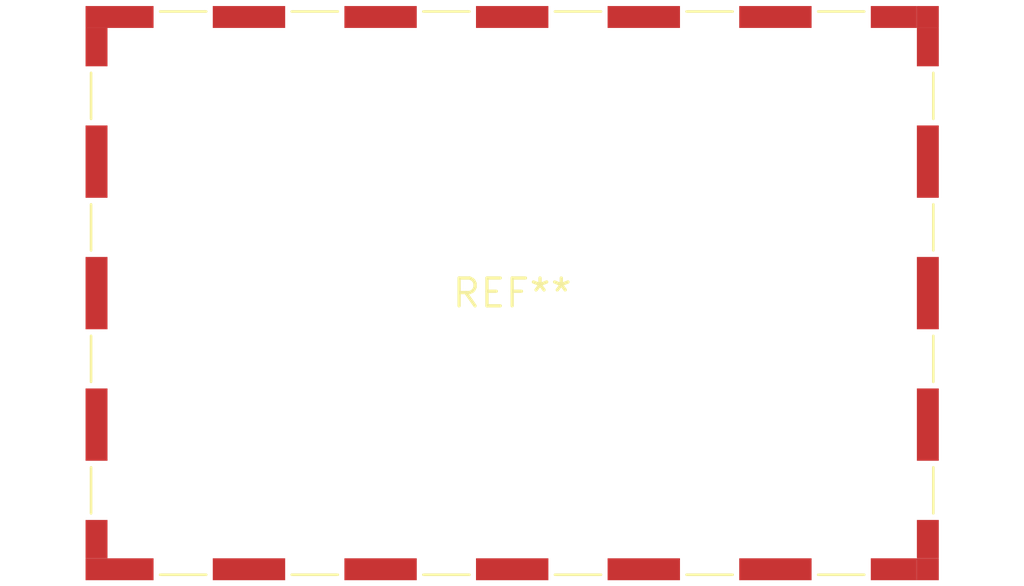
<source format=kicad_pcb>
(kicad_pcb (version 20240108) (generator pcbnew)
  (layers (0 "F.Cu" signal) (31 "B.Cu" signal) (34 "B.Paste" user) (35 "F.Paste" user) (36 "B.SilkS" user "B.Silkscreen") (37 "F.SilkS" user "F.Silkscreen") (38 "B.Mask" user) (39 "F.Mask" user) (44 "Edge.Cuts" user))
  (net 0 "")
  (footprint "Laird_Technologies_BMI-S-105_38.10x25.40mm" (layer "F.Cu") (at 0 0)
    (property "Reference" "REF**")
    (property "Value" "Laird_Technologies_BMI-S-105_38.10x25.40mm")
    (fp_line (start -19.2 -10.05) (end -19.2 -7.95) (layer "F.SilkS") (stroke (width 0.12)))
    (fp_line (start -19.2 -4.05) (end -19.2 -1.95) (layer "F.SilkS") (stroke (width 0.12)))
    (fp_line (start -19.2 1.95) (end -19.2 4.05) (layer "F.SilkS") (stroke (width 0.12)))
    (fp_line (start -19.2 7.95) (end -19.2 10.05) (layer "F.SilkS") (stroke (width 0.12)))
    (fp_line (start -16.05 -12.85) (end -13.95 -12.85) (layer "F.SilkS") (stroke (width 0.12)))
    (fp_line (start -16.05 12.85) (end -13.95 12.85) (layer "F.SilkS") (stroke (width 0.12)))
    (fp_line (start -10.05 -12.85) (end -7.95 -12.85) (layer "F.SilkS") (stroke (width 0.12)))
    (fp_line (start -10.05 12.85) (end -7.95 12.85) (layer "F.SilkS") (stroke (width 0.12)))
    (fp_line (start -4.05 -12.85) (end -1.95 -12.85) (layer "F.SilkS") (stroke (width 0.12)))
    (fp_line (start -4.05 12.85) (end -1.95 12.85) (layer "F.SilkS") (stroke (width 0.12)))
    (fp_line (start 1.95 -12.85) (end 4.05 -12.85) (layer "F.SilkS") (stroke (width 0.12)))
    (fp_line (start 1.95 12.85) (end 4.05 12.85) (layer "F.SilkS") (stroke (width 0.12)))
    (fp_line (start 7.95 -12.85) (end 10.05 -12.85) (layer "F.SilkS") (stroke (width 0.12)))
    (fp_line (start 7.95 12.85) (end 10.05 12.85) (layer "F.SilkS") (stroke (width 0.12)))
    (fp_line (start 13.95 -12.85) (end 16.05 -12.85) (layer "F.SilkS") (stroke (width 0.12)))
    (fp_line (start 13.95 12.85) (end 16.05 12.85) (layer "F.SilkS") (stroke (width 0.12)))
    (fp_line (start 19.2 -10.05) (end 19.2 -7.95) (layer "F.SilkS") (stroke (width 0.12)))
    (fp_line (start 19.2 -4.05) (end 19.2 -1.95) (layer "F.SilkS") (stroke (width 0.12)))
    (fp_line (start 19.2 1.95) (end 19.2 4.05) (layer "F.SilkS") (stroke (width 0.12)))
    (fp_line (start 19.2 7.95) (end 19.2 10.05) (layer "F.SilkS") (stroke (width 0.12)))
    (pad "1" smd rect (at -18.95 -12.6) (size 1 1) (layers "F.Cu" "F.Paste" "F.Mask"))
    (pad "1" smd rect (at -18.95 -11.225) (size 1 1.75) (layers "F.Cu" "F.Paste" "F.Mask"))
    (pad "1" smd rect (at -18.95 -6) (size 1 3.3) (layers "F.Cu" "F.Paste" "F.Mask"))
    (pad "1" smd rect (at -18.95 0) (size 1 3.3) (layers "F.Cu" "F.Paste" "F.Mask"))
    (pad "1" smd rect (at -18.95 6) (size 1 3.3) (layers "F.Cu" "F.Paste" "F.Mask"))
    (pad "1" smd rect (at -18.95 11.225) (size 1 1.75) (layers "F.Cu" "F.Paste" "F.Mask"))
    (pad "1" smd rect (at -18.95 12.6) (size 1 1) (layers "F.Cu" "F.Paste" "F.Mask"))
    (pad "1" smd rect (at -17.4 -12.6) (size 2.1 1) (layers "F.Cu" "F.Paste" "F.Mask"))
    (pad "1" smd rect (at -17.4 12.6) (size 2.1 1) (layers "F.Cu" "F.Paste" "F.Mask"))
    (pad "1" smd rect (at -12 -12.6) (size 3.3 1) (layers "F.Cu" "F.Paste" "F.Mask"))
    (pad "1" smd rect (at -12 12.6) (size 3.3 1) (layers "F.Cu" "F.Paste" "F.Mask"))
    (pad "1" smd rect (at -6 -12.6) (size 3.3 1) (layers "F.Cu" "F.Paste" "F.Mask"))
    (pad "1" smd rect (at -6 12.6) (size 3.3 1) (layers "F.Cu" "F.Paste" "F.Mask"))
    (pad "1" smd rect (at 0 -12.6) (size 3.3 1) (layers "F.Cu" "F.Paste" "F.Mask"))
    (pad "1" smd rect (at 0 12.6) (size 3.3 1) (layers "F.Cu" "F.Paste" "F.Mask"))
    (pad "1" smd rect (at 6 -12.6) (size 3.3 1) (layers "F.Cu" "F.Paste" "F.Mask"))
    (pad "1" smd rect (at 6 12.6) (size 3.3 1) (layers "F.Cu" "F.Paste" "F.Mask"))
    (pad "1" smd rect (at 12 -12.6) (size 3.3 1) (layers "F.Cu" "F.Paste" "F.Mask"))
    (pad "1" smd rect (at 12 12.6) (size 3.3 1) (layers "F.Cu" "F.Paste" "F.Mask"))
    (pad "1" smd rect (at 17.4 -12.6) (size 2.1 1) (layers "F.Cu" "F.Paste" "F.Mask"))
    (pad "1" smd rect (at 17.4 12.6) (size 2.1 1) (layers "F.Cu" "F.Paste" "F.Mask"))
    (pad "1" smd rect (at 18.95 -12.6) (size 1 1) (layers "F.Cu" "F.Paste" "F.Mask"))
    (pad "1" smd rect (at 18.95 -11.225) (size 1 1.75) (layers "F.Cu" "F.Paste" "F.Mask"))
    (pad "1" smd rect (at 18.95 -6) (size 1 3.3) (layers "F.Cu" "F.Paste" "F.Mask"))
    (pad "1" smd rect (at 18.95 0) (size 1 3.3) (layers "F.Cu" "F.Paste" "F.Mask"))
    (pad "1" smd rect (at 18.95 6) (size 1 3.3) (layers "F.Cu" "F.Paste" "F.Mask"))
    (pad "1" smd rect (at 18.95 11.225) (size 1 1.75) (layers "F.Cu" "F.Paste" "F.Mask"))
    (pad "1" smd rect (at 18.95 12.6) (size 1 1) (layers "F.Cu" "F.Paste" "F.Mask"))
  )
)
</source>
